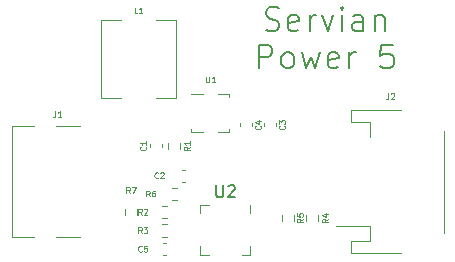
<source format=gto>
G04 #@! TF.GenerationSoftware,KiCad,Pcbnew,(5.1.10-1-10_14)*
G04 #@! TF.CreationDate,2021-09-29T23:59:16+10:00*
G04 #@! TF.ProjectId,ServianPower5,53657276-6961-46e5-906f-776572352e6b,0.1*
G04 #@! TF.SameCoordinates,Original*
G04 #@! TF.FileFunction,Legend,Top*
G04 #@! TF.FilePolarity,Positive*
%FSLAX46Y46*%
G04 Gerber Fmt 4.6, Leading zero omitted, Abs format (unit mm)*
G04 Created by KiCad (PCBNEW (5.1.10-1-10_14)) date 2021-09-29 23:59:16*
%MOMM*%
%LPD*%
G01*
G04 APERTURE LIST*
%ADD10C,0.150000*%
%ADD11C,0.120000*%
%ADD12C,0.100000*%
%ADD13C,2.200000*%
%ADD14R,1.450000X0.600000*%
%ADD15R,1.450000X0.300000*%
%ADD16O,2.100000X1.000000*%
%ADD17C,0.650000*%
%ADD18O,1.600000X1.000000*%
%ADD19R,2.100000X2.100000*%
%ADD20R,0.600000X0.240000*%
%ADD21R,2.400000X1.500000*%
G04 APERTURE END LIST*
D10*
X146923761Y-76031423D02*
X147209476Y-76126661D01*
X147685666Y-76126661D01*
X147876142Y-76031423D01*
X147971380Y-75936185D01*
X148066619Y-75745709D01*
X148066619Y-75555233D01*
X147971380Y-75364757D01*
X147876142Y-75269519D01*
X147685666Y-75174280D01*
X147304714Y-75079042D01*
X147114238Y-74983804D01*
X147019000Y-74888566D01*
X146923761Y-74698090D01*
X146923761Y-74507614D01*
X147019000Y-74317138D01*
X147114238Y-74221900D01*
X147304714Y-74126661D01*
X147780904Y-74126661D01*
X148066619Y-74221900D01*
X149685666Y-76031423D02*
X149495190Y-76126661D01*
X149114238Y-76126661D01*
X148923761Y-76031423D01*
X148828523Y-75840947D01*
X148828523Y-75079042D01*
X148923761Y-74888566D01*
X149114238Y-74793328D01*
X149495190Y-74793328D01*
X149685666Y-74888566D01*
X149780904Y-75079042D01*
X149780904Y-75269519D01*
X148828523Y-75459995D01*
X150638047Y-76126661D02*
X150638047Y-74793328D01*
X150638047Y-75174280D02*
X150733285Y-74983804D01*
X150828523Y-74888566D01*
X151019000Y-74793328D01*
X151209476Y-74793328D01*
X151685666Y-74793328D02*
X152161857Y-76126661D01*
X152638047Y-74793328D01*
X153399952Y-76126661D02*
X153399952Y-74793328D01*
X153399952Y-74126661D02*
X153304714Y-74221900D01*
X153399952Y-74317138D01*
X153495190Y-74221900D01*
X153399952Y-74126661D01*
X153399952Y-74317138D01*
X155209476Y-76126661D02*
X155209476Y-75079042D01*
X155114238Y-74888566D01*
X154923761Y-74793328D01*
X154542809Y-74793328D01*
X154352333Y-74888566D01*
X155209476Y-76031423D02*
X155019000Y-76126661D01*
X154542809Y-76126661D01*
X154352333Y-76031423D01*
X154257095Y-75840947D01*
X154257095Y-75650471D01*
X154352333Y-75459995D01*
X154542809Y-75364757D01*
X155019000Y-75364757D01*
X155209476Y-75269519D01*
X156161857Y-74793328D02*
X156161857Y-76126661D01*
X156161857Y-74983804D02*
X156257095Y-74888566D01*
X156447571Y-74793328D01*
X156733285Y-74793328D01*
X156923761Y-74888566D01*
X157019000Y-75079042D01*
X157019000Y-76126661D01*
X146352333Y-79276661D02*
X146352333Y-77276661D01*
X147114238Y-77276661D01*
X147304714Y-77371900D01*
X147399952Y-77467138D01*
X147495190Y-77657614D01*
X147495190Y-77943328D01*
X147399952Y-78133804D01*
X147304714Y-78229042D01*
X147114238Y-78324280D01*
X146352333Y-78324280D01*
X148638047Y-79276661D02*
X148447571Y-79181423D01*
X148352333Y-79086185D01*
X148257095Y-78895709D01*
X148257095Y-78324280D01*
X148352333Y-78133804D01*
X148447571Y-78038566D01*
X148638047Y-77943328D01*
X148923761Y-77943328D01*
X149114238Y-78038566D01*
X149209476Y-78133804D01*
X149304714Y-78324280D01*
X149304714Y-78895709D01*
X149209476Y-79086185D01*
X149114238Y-79181423D01*
X148923761Y-79276661D01*
X148638047Y-79276661D01*
X149971380Y-77943328D02*
X150352333Y-79276661D01*
X150733285Y-78324280D01*
X151114238Y-79276661D01*
X151495190Y-77943328D01*
X153019000Y-79181423D02*
X152828523Y-79276661D01*
X152447571Y-79276661D01*
X152257095Y-79181423D01*
X152161857Y-78990947D01*
X152161857Y-78229042D01*
X152257095Y-78038566D01*
X152447571Y-77943328D01*
X152828523Y-77943328D01*
X153019000Y-78038566D01*
X153114238Y-78229042D01*
X153114238Y-78419519D01*
X152161857Y-78609995D01*
X153971380Y-79276661D02*
X153971380Y-77943328D01*
X153971380Y-78324280D02*
X154066619Y-78133804D01*
X154161857Y-78038566D01*
X154352333Y-77943328D01*
X154542809Y-77943328D01*
X157685666Y-77276661D02*
X156733285Y-77276661D01*
X156638047Y-78229042D01*
X156733285Y-78133804D01*
X156923761Y-78038566D01*
X157399952Y-78038566D01*
X157590428Y-78133804D01*
X157685666Y-78229042D01*
X157780904Y-78419519D01*
X157780904Y-78895709D01*
X157685666Y-79086185D01*
X157590428Y-79181423D01*
X157399952Y-79276661D01*
X156923761Y-79276661D01*
X156733285Y-79181423D01*
X156638047Y-79086185D01*
D11*
X134986500Y-91202742D02*
X134986500Y-91677258D01*
X136031500Y-91202742D02*
X136031500Y-91677258D01*
X138954742Y-90438500D02*
X139429258Y-90438500D01*
X138954742Y-89393500D02*
X139429258Y-89393500D01*
X125411400Y-84174600D02*
X125411400Y-93574600D01*
X131211400Y-93574600D02*
X129211400Y-93574600D01*
X127311400Y-93574600D02*
X125411400Y-93574600D01*
X131211400Y-84174600D02*
X129211400Y-84174600D01*
X127311400Y-84174600D02*
X125411400Y-84174600D01*
X151398500Y-92185258D02*
X151398500Y-91710742D01*
X150353500Y-92185258D02*
X150353500Y-91710742D01*
X148321500Y-91710742D02*
X148321500Y-92185258D01*
X149366500Y-91710742D02*
X149366500Y-92185258D01*
X161990000Y-93240000D02*
X161990000Y-84560000D01*
X155770000Y-83860000D02*
X155770000Y-85140000D01*
X154170000Y-83860000D02*
X155770000Y-83860000D01*
X154170000Y-82840000D02*
X154170000Y-83860000D01*
X158420000Y-82840000D02*
X154170000Y-82840000D01*
X155770000Y-92660000D02*
X152880000Y-92660000D01*
X155770000Y-93940000D02*
X155770000Y-92660000D01*
X154170000Y-93940000D02*
X155770000Y-93940000D01*
X154170000Y-94960000D02*
X154170000Y-93940000D01*
X158420000Y-94960000D02*
X154170000Y-94960000D01*
X145620000Y-91579000D02*
X145620000Y-90854000D01*
X141400000Y-95074000D02*
X142125000Y-95074000D01*
X141400000Y-94349000D02*
X141400000Y-95074000D01*
X141400000Y-90854000D02*
X142125000Y-90854000D01*
X141400000Y-91579000D02*
X141400000Y-90854000D01*
X145620000Y-95074000D02*
X144895000Y-95074000D01*
X145620000Y-94349000D02*
X145620000Y-95074000D01*
X140600000Y-81448000D02*
X141605000Y-81448000D01*
X143850000Y-81448000D02*
X143850000Y-81678000D01*
X142875000Y-81448000D02*
X143850000Y-81448000D01*
X142875000Y-84668000D02*
X143850000Y-84668000D01*
X143850000Y-84438000D02*
X143850000Y-84668000D01*
X140630000Y-84668000D02*
X141605000Y-84668000D01*
X140630000Y-84438000D02*
X140630000Y-84668000D01*
X138591058Y-92492300D02*
X138116542Y-92492300D01*
X138591058Y-93537300D02*
X138116542Y-93537300D01*
X138591058Y-90942900D02*
X138116542Y-90942900D01*
X138591058Y-91987900D02*
X138116542Y-91987900D01*
X138669500Y-85614742D02*
X138669500Y-86089258D01*
X139714500Y-85614742D02*
X139714500Y-86089258D01*
X132944000Y-75186000D02*
X134644000Y-75186000D01*
X132944000Y-81786000D02*
X132944000Y-75186000D01*
X134644000Y-81786000D02*
X132944000Y-81786000D01*
X139344000Y-81786000D02*
X137644000Y-81786000D01*
X139344000Y-75186000D02*
X139344000Y-81786000D01*
X137644000Y-75186000D02*
X139344000Y-75186000D01*
X138494380Y-94079600D02*
X138213220Y-94079600D01*
X138494380Y-95099600D02*
X138213220Y-95099600D01*
X144778000Y-83933420D02*
X144778000Y-84214580D01*
X145798000Y-83933420D02*
X145798000Y-84214580D01*
X146810000Y-83933420D02*
X146810000Y-84214580D01*
X147830000Y-83933420D02*
X147830000Y-84214580D01*
X139838820Y-88876600D02*
X140119980Y-88876600D01*
X139838820Y-87856600D02*
X140119980Y-87856600D01*
X137132600Y-85711420D02*
X137132600Y-85992580D01*
X138152600Y-85711420D02*
X138152600Y-85992580D01*
D12*
X135425666Y-89837390D02*
X135259000Y-89599295D01*
X135139952Y-89837390D02*
X135139952Y-89337390D01*
X135330428Y-89337390D01*
X135378047Y-89361200D01*
X135401857Y-89385009D01*
X135425666Y-89432628D01*
X135425666Y-89504057D01*
X135401857Y-89551676D01*
X135378047Y-89575485D01*
X135330428Y-89599295D01*
X135139952Y-89599295D01*
X135592333Y-89337390D02*
X135925666Y-89337390D01*
X135711380Y-89837390D01*
X137102066Y-90142190D02*
X136935400Y-89904095D01*
X136816352Y-90142190D02*
X136816352Y-89642190D01*
X137006828Y-89642190D01*
X137054447Y-89666000D01*
X137078257Y-89689809D01*
X137102066Y-89737428D01*
X137102066Y-89808857D01*
X137078257Y-89856476D01*
X137054447Y-89880285D01*
X137006828Y-89904095D01*
X136816352Y-89904095D01*
X137530638Y-89642190D02*
X137435400Y-89642190D01*
X137387780Y-89666000D01*
X137363971Y-89689809D01*
X137316352Y-89761238D01*
X137292542Y-89856476D01*
X137292542Y-90046952D01*
X137316352Y-90094571D01*
X137340161Y-90118380D01*
X137387780Y-90142190D01*
X137483019Y-90142190D01*
X137530638Y-90118380D01*
X137554447Y-90094571D01*
X137578257Y-90046952D01*
X137578257Y-89927904D01*
X137554447Y-89880285D01*
X137530638Y-89856476D01*
X137483019Y-89832666D01*
X137387780Y-89832666D01*
X137340161Y-89856476D01*
X137316352Y-89880285D01*
X137292542Y-89927904D01*
X129119333Y-82911190D02*
X129119333Y-83268333D01*
X129095523Y-83339761D01*
X129047904Y-83387380D01*
X128976476Y-83411190D01*
X128928857Y-83411190D01*
X129619333Y-83411190D02*
X129333619Y-83411190D01*
X129476476Y-83411190D02*
X129476476Y-82911190D01*
X129428857Y-82982619D01*
X129381238Y-83030238D01*
X129333619Y-83054047D01*
X150086190Y-92031333D02*
X149848095Y-92198000D01*
X150086190Y-92317047D02*
X149586190Y-92317047D01*
X149586190Y-92126571D01*
X149610000Y-92078952D01*
X149633809Y-92055142D01*
X149681428Y-92031333D01*
X149752857Y-92031333D01*
X149800476Y-92055142D01*
X149824285Y-92078952D01*
X149848095Y-92126571D01*
X149848095Y-92317047D01*
X149586190Y-91578952D02*
X149586190Y-91817047D01*
X149824285Y-91840857D01*
X149800476Y-91817047D01*
X149776666Y-91769428D01*
X149776666Y-91650380D01*
X149800476Y-91602761D01*
X149824285Y-91578952D01*
X149871904Y-91555142D01*
X149990952Y-91555142D01*
X150038571Y-91578952D01*
X150062380Y-91602761D01*
X150086190Y-91650380D01*
X150086190Y-91769428D01*
X150062380Y-91817047D01*
X150038571Y-91840857D01*
X152219790Y-92031333D02*
X151981695Y-92198000D01*
X152219790Y-92317047D02*
X151719790Y-92317047D01*
X151719790Y-92126571D01*
X151743600Y-92078952D01*
X151767409Y-92055142D01*
X151815028Y-92031333D01*
X151886457Y-92031333D01*
X151934076Y-92055142D01*
X151957885Y-92078952D01*
X151981695Y-92126571D01*
X151981695Y-92317047D01*
X151886457Y-91602761D02*
X152219790Y-91602761D01*
X151695980Y-91721809D02*
X152053123Y-91840857D01*
X152053123Y-91531333D01*
X157313333Y-81387190D02*
X157313333Y-81744333D01*
X157289523Y-81815761D01*
X157241904Y-81863380D01*
X157170476Y-81887190D01*
X157122857Y-81887190D01*
X157527619Y-81434809D02*
X157551428Y-81411000D01*
X157599047Y-81387190D01*
X157718095Y-81387190D01*
X157765714Y-81411000D01*
X157789523Y-81434809D01*
X157813333Y-81482428D01*
X157813333Y-81530047D01*
X157789523Y-81601476D01*
X157503809Y-81887190D01*
X157813333Y-81887190D01*
D10*
X142748095Y-89190580D02*
X142748095Y-90000104D01*
X142795714Y-90095342D01*
X142843333Y-90142961D01*
X142938571Y-90190580D01*
X143129047Y-90190580D01*
X143224285Y-90142961D01*
X143271904Y-90095342D01*
X143319523Y-90000104D01*
X143319523Y-89190580D01*
X143748095Y-89285819D02*
X143795714Y-89238200D01*
X143890952Y-89190580D01*
X144129047Y-89190580D01*
X144224285Y-89238200D01*
X144271904Y-89285819D01*
X144319523Y-89381057D01*
X144319523Y-89476295D01*
X144271904Y-89619152D01*
X143700476Y-90190580D01*
X144319523Y-90190580D01*
D12*
X141879367Y-79990190D02*
X141879367Y-80394952D01*
X141903177Y-80442571D01*
X141926986Y-80466380D01*
X141974605Y-80490190D01*
X142069843Y-80490190D01*
X142117462Y-80466380D01*
X142141272Y-80442571D01*
X142165081Y-80394952D01*
X142165081Y-79990190D01*
X142665081Y-80490190D02*
X142379367Y-80490190D01*
X142522224Y-80490190D02*
X142522224Y-79990190D01*
X142474605Y-80061619D01*
X142426986Y-80109238D01*
X142379367Y-80133047D01*
X136441666Y-93240990D02*
X136275000Y-93002895D01*
X136155952Y-93240990D02*
X136155952Y-92740990D01*
X136346428Y-92740990D01*
X136394047Y-92764800D01*
X136417857Y-92788609D01*
X136441666Y-92836228D01*
X136441666Y-92907657D01*
X136417857Y-92955276D01*
X136394047Y-92979085D01*
X136346428Y-93002895D01*
X136155952Y-93002895D01*
X136608333Y-92740990D02*
X136917857Y-92740990D01*
X136751190Y-92931466D01*
X136822619Y-92931466D01*
X136870238Y-92955276D01*
X136894047Y-92979085D01*
X136917857Y-93026704D01*
X136917857Y-93145752D01*
X136894047Y-93193371D01*
X136870238Y-93217180D01*
X136822619Y-93240990D01*
X136679761Y-93240990D01*
X136632142Y-93217180D01*
X136608333Y-93193371D01*
X136441666Y-91691590D02*
X136275000Y-91453495D01*
X136155952Y-91691590D02*
X136155952Y-91191590D01*
X136346428Y-91191590D01*
X136394047Y-91215400D01*
X136417857Y-91239209D01*
X136441666Y-91286828D01*
X136441666Y-91358257D01*
X136417857Y-91405876D01*
X136394047Y-91429685D01*
X136346428Y-91453495D01*
X136155952Y-91453495D01*
X136632142Y-91239209D02*
X136655952Y-91215400D01*
X136703571Y-91191590D01*
X136822619Y-91191590D01*
X136870238Y-91215400D01*
X136894047Y-91239209D01*
X136917857Y-91286828D01*
X136917857Y-91334447D01*
X136894047Y-91405876D01*
X136608333Y-91691590D01*
X136917857Y-91691590D01*
X140510390Y-85935333D02*
X140272295Y-86102000D01*
X140510390Y-86221047D02*
X140010390Y-86221047D01*
X140010390Y-86030571D01*
X140034200Y-85982952D01*
X140058009Y-85959142D01*
X140105628Y-85935333D01*
X140177057Y-85935333D01*
X140224676Y-85959142D01*
X140248485Y-85982952D01*
X140272295Y-86030571D01*
X140272295Y-86221047D01*
X140510390Y-85459142D02*
X140510390Y-85744857D01*
X140510390Y-85602000D02*
X140010390Y-85602000D01*
X140081819Y-85649619D01*
X140129438Y-85697238D01*
X140153247Y-85744857D01*
X136060666Y-74648190D02*
X135822571Y-74648190D01*
X135822571Y-74148190D01*
X136489238Y-74648190D02*
X136203523Y-74648190D01*
X136346380Y-74648190D02*
X136346380Y-74148190D01*
X136298761Y-74219619D01*
X136251142Y-74267238D01*
X136203523Y-74291047D01*
X136441666Y-94768171D02*
X136417857Y-94791980D01*
X136346428Y-94815790D01*
X136298809Y-94815790D01*
X136227380Y-94791980D01*
X136179761Y-94744361D01*
X136155952Y-94696742D01*
X136132142Y-94601504D01*
X136132142Y-94530076D01*
X136155952Y-94434838D01*
X136179761Y-94387219D01*
X136227380Y-94339600D01*
X136298809Y-94315790D01*
X136346428Y-94315790D01*
X136417857Y-94339600D01*
X136441666Y-94363409D01*
X136894047Y-94315790D02*
X136655952Y-94315790D01*
X136632142Y-94553885D01*
X136655952Y-94530076D01*
X136703571Y-94506266D01*
X136822619Y-94506266D01*
X136870238Y-94530076D01*
X136894047Y-94553885D01*
X136917857Y-94601504D01*
X136917857Y-94720552D01*
X136894047Y-94768171D01*
X136870238Y-94791980D01*
X136822619Y-94815790D01*
X136703571Y-94815790D01*
X136655952Y-94791980D01*
X136632142Y-94768171D01*
X146482571Y-84157333D02*
X146506380Y-84181142D01*
X146530190Y-84252571D01*
X146530190Y-84300190D01*
X146506380Y-84371619D01*
X146458761Y-84419238D01*
X146411142Y-84443047D01*
X146315904Y-84466857D01*
X146244476Y-84466857D01*
X146149238Y-84443047D01*
X146101619Y-84419238D01*
X146054000Y-84371619D01*
X146030190Y-84300190D01*
X146030190Y-84252571D01*
X146054000Y-84181142D01*
X146077809Y-84157333D01*
X146196857Y-83728761D02*
X146530190Y-83728761D01*
X146006380Y-83847809D02*
X146363523Y-83966857D01*
X146363523Y-83657333D01*
X148514571Y-84157333D02*
X148538380Y-84181142D01*
X148562190Y-84252571D01*
X148562190Y-84300190D01*
X148538380Y-84371619D01*
X148490761Y-84419238D01*
X148443142Y-84443047D01*
X148347904Y-84466857D01*
X148276476Y-84466857D01*
X148181238Y-84443047D01*
X148133619Y-84419238D01*
X148086000Y-84371619D01*
X148062190Y-84300190D01*
X148062190Y-84252571D01*
X148086000Y-84181142D01*
X148109809Y-84157333D01*
X148062190Y-83990666D02*
X148062190Y-83681142D01*
X148252666Y-83847809D01*
X148252666Y-83776380D01*
X148276476Y-83728761D01*
X148300285Y-83704952D01*
X148347904Y-83681142D01*
X148466952Y-83681142D01*
X148514571Y-83704952D01*
X148538380Y-83728761D01*
X148562190Y-83776380D01*
X148562190Y-83919238D01*
X148538380Y-83966857D01*
X148514571Y-83990666D01*
X137813266Y-88545171D02*
X137789457Y-88568980D01*
X137718028Y-88592790D01*
X137670409Y-88592790D01*
X137598980Y-88568980D01*
X137551361Y-88521361D01*
X137527552Y-88473742D01*
X137503742Y-88378504D01*
X137503742Y-88307076D01*
X137527552Y-88211838D01*
X137551361Y-88164219D01*
X137598980Y-88116600D01*
X137670409Y-88092790D01*
X137718028Y-88092790D01*
X137789457Y-88116600D01*
X137813266Y-88140409D01*
X138003742Y-88140409D02*
X138027552Y-88116600D01*
X138075171Y-88092790D01*
X138194219Y-88092790D01*
X138241838Y-88116600D01*
X138265647Y-88140409D01*
X138289457Y-88188028D01*
X138289457Y-88235647D01*
X138265647Y-88307076D01*
X137979933Y-88592790D01*
X138289457Y-88592790D01*
X136754371Y-85935333D02*
X136778180Y-85959142D01*
X136801990Y-86030571D01*
X136801990Y-86078190D01*
X136778180Y-86149619D01*
X136730561Y-86197238D01*
X136682942Y-86221047D01*
X136587704Y-86244857D01*
X136516276Y-86244857D01*
X136421038Y-86221047D01*
X136373419Y-86197238D01*
X136325800Y-86149619D01*
X136301990Y-86078190D01*
X136301990Y-86030571D01*
X136325800Y-85959142D01*
X136349609Y-85935333D01*
X136801990Y-85459142D02*
X136801990Y-85744857D01*
X136801990Y-85602000D02*
X136301990Y-85602000D01*
X136373419Y-85649619D01*
X136421038Y-85697238D01*
X136444847Y-85744857D01*
%LPC*%
D13*
X127508000Y-74295000D03*
X160401000Y-74295000D03*
G36*
G01*
X135234000Y-91865000D02*
X135784000Y-91865000D01*
G75*
G02*
X135984000Y-92065000I0J-200000D01*
G01*
X135984000Y-92465000D01*
G75*
G02*
X135784000Y-92665000I-200000J0D01*
G01*
X135234000Y-92665000D01*
G75*
G02*
X135034000Y-92465000I0J200000D01*
G01*
X135034000Y-92065000D01*
G75*
G02*
X135234000Y-91865000I200000J0D01*
G01*
G37*
G36*
G01*
X135234000Y-90215000D02*
X135784000Y-90215000D01*
G75*
G02*
X135984000Y-90415000I0J-200000D01*
G01*
X135984000Y-90815000D01*
G75*
G02*
X135784000Y-91015000I-200000J0D01*
G01*
X135234000Y-91015000D01*
G75*
G02*
X135034000Y-90815000I0J200000D01*
G01*
X135034000Y-90415000D01*
G75*
G02*
X135234000Y-90215000I200000J0D01*
G01*
G37*
G36*
G01*
X139617000Y-90191000D02*
X139617000Y-89641000D01*
G75*
G02*
X139817000Y-89441000I200000J0D01*
G01*
X140217000Y-89441000D01*
G75*
G02*
X140417000Y-89641000I0J-200000D01*
G01*
X140417000Y-90191000D01*
G75*
G02*
X140217000Y-90391000I-200000J0D01*
G01*
X139817000Y-90391000D01*
G75*
G02*
X139617000Y-90191000I0J200000D01*
G01*
G37*
G36*
G01*
X137967000Y-90191000D02*
X137967000Y-89641000D01*
G75*
G02*
X138167000Y-89441000I200000J0D01*
G01*
X138567000Y-89441000D01*
G75*
G02*
X138767000Y-89641000I0J-200000D01*
G01*
X138767000Y-90191000D01*
G75*
G02*
X138567000Y-90391000I-200000J0D01*
G01*
X138167000Y-90391000D01*
G75*
G02*
X137967000Y-90191000I0J200000D01*
G01*
G37*
D14*
X133356400Y-92124600D03*
X133356400Y-91324600D03*
X133356400Y-86424600D03*
X133356400Y-85624600D03*
X133356400Y-85624600D03*
X133356400Y-86424600D03*
X133356400Y-91324600D03*
X133356400Y-92124600D03*
D15*
X133356400Y-87124600D03*
X133356400Y-87624600D03*
X133356400Y-88124600D03*
X133356400Y-89124600D03*
X133356400Y-89624600D03*
X133356400Y-90124600D03*
X133356400Y-90624600D03*
X133356400Y-88624600D03*
D16*
X132441400Y-93194600D03*
X132441400Y-84554600D03*
D17*
X131911400Y-85984600D03*
D18*
X128261400Y-84554600D03*
D17*
X131911400Y-91764600D03*
D18*
X128261400Y-93194600D03*
G36*
G01*
X151151000Y-93173000D02*
X150601000Y-93173000D01*
G75*
G02*
X150401000Y-92973000I0J200000D01*
G01*
X150401000Y-92573000D01*
G75*
G02*
X150601000Y-92373000I200000J0D01*
G01*
X151151000Y-92373000D01*
G75*
G02*
X151351000Y-92573000I0J-200000D01*
G01*
X151351000Y-92973000D01*
G75*
G02*
X151151000Y-93173000I-200000J0D01*
G01*
G37*
G36*
G01*
X151151000Y-91523000D02*
X150601000Y-91523000D01*
G75*
G02*
X150401000Y-91323000I0J200000D01*
G01*
X150401000Y-90923000D01*
G75*
G02*
X150601000Y-90723000I200000J0D01*
G01*
X151151000Y-90723000D01*
G75*
G02*
X151351000Y-90923000I0J-200000D01*
G01*
X151351000Y-91323000D01*
G75*
G02*
X151151000Y-91523000I-200000J0D01*
G01*
G37*
G36*
G01*
X148569000Y-90723000D02*
X149119000Y-90723000D01*
G75*
G02*
X149319000Y-90923000I0J-200000D01*
G01*
X149319000Y-91323000D01*
G75*
G02*
X149119000Y-91523000I-200000J0D01*
G01*
X148569000Y-91523000D01*
G75*
G02*
X148369000Y-91323000I0J200000D01*
G01*
X148369000Y-90923000D01*
G75*
G02*
X148569000Y-90723000I200000J0D01*
G01*
G37*
G36*
G01*
X148569000Y-92373000D02*
X149119000Y-92373000D01*
G75*
G02*
X149319000Y-92573000I0J-200000D01*
G01*
X149319000Y-92973000D01*
G75*
G02*
X149119000Y-93173000I-200000J0D01*
G01*
X148569000Y-93173000D01*
G75*
G02*
X148369000Y-92973000I0J200000D01*
G01*
X148369000Y-92573000D01*
G75*
G02*
X148569000Y-92373000I200000J0D01*
G01*
G37*
G36*
G01*
X156130000Y-92400000D02*
X153130000Y-92400000D01*
G75*
G02*
X152880000Y-92150000I0J250000D01*
G01*
X152880000Y-91650000D01*
G75*
G02*
X153130000Y-91400000I250000J0D01*
G01*
X156130000Y-91400000D01*
G75*
G02*
X156380000Y-91650000I0J-250000D01*
G01*
X156380000Y-92150000D01*
G75*
G02*
X156130000Y-92400000I-250000J0D01*
G01*
G37*
G36*
G01*
X156130000Y-90400000D02*
X153130000Y-90400000D01*
G75*
G02*
X152880000Y-90150000I0J250000D01*
G01*
X152880000Y-89650000D01*
G75*
G02*
X153130000Y-89400000I250000J0D01*
G01*
X156130000Y-89400000D01*
G75*
G02*
X156380000Y-89650000I0J-250000D01*
G01*
X156380000Y-90150000D01*
G75*
G02*
X156130000Y-90400000I-250000J0D01*
G01*
G37*
G36*
G01*
X156130000Y-88400000D02*
X153130000Y-88400000D01*
G75*
G02*
X152880000Y-88150000I0J250000D01*
G01*
X152880000Y-87650000D01*
G75*
G02*
X153130000Y-87400000I250000J0D01*
G01*
X156130000Y-87400000D01*
G75*
G02*
X156380000Y-87650000I0J-250000D01*
G01*
X156380000Y-88150000D01*
G75*
G02*
X156130000Y-88400000I-250000J0D01*
G01*
G37*
G36*
G01*
X156130000Y-86400000D02*
X153130000Y-86400000D01*
G75*
G02*
X152880000Y-86150000I0J250000D01*
G01*
X152880000Y-85650000D01*
G75*
G02*
X153130000Y-85400000I250000J0D01*
G01*
X156130000Y-85400000D01*
G75*
G02*
X156380000Y-85650000I0J-250000D01*
G01*
X156380000Y-86150000D01*
G75*
G02*
X156130000Y-86400000I-250000J0D01*
G01*
G37*
G36*
G01*
X161830000Y-95000000D02*
X158930000Y-95000000D01*
G75*
G02*
X158680000Y-94750000I0J250000D01*
G01*
X158680000Y-93750000D01*
G75*
G02*
X158930000Y-93500000I250000J0D01*
G01*
X161830000Y-93500000D01*
G75*
G02*
X162080000Y-93750000I0J-250000D01*
G01*
X162080000Y-94750000D01*
G75*
G02*
X161830000Y-95000000I-250000J0D01*
G01*
G37*
G36*
G01*
X161830000Y-84300000D02*
X158930000Y-84300000D01*
G75*
G02*
X158680000Y-84050000I0J250000D01*
G01*
X158680000Y-83050000D01*
G75*
G02*
X158930000Y-82800000I250000J0D01*
G01*
X161830000Y-82800000D01*
G75*
G02*
X162080000Y-83050000I0J-250000D01*
G01*
X162080000Y-84050000D01*
G75*
G02*
X161830000Y-84300000I-250000J0D01*
G01*
G37*
D19*
X143510000Y-92964000D03*
G36*
G01*
X145110000Y-91839000D02*
X145810000Y-91839000D01*
G75*
G02*
X145885000Y-91914000I0J-75000D01*
G01*
X145885000Y-92064000D01*
G75*
G02*
X145810000Y-92139000I-75000J0D01*
G01*
X145110000Y-92139000D01*
G75*
G02*
X145035000Y-92064000I0J75000D01*
G01*
X145035000Y-91914000D01*
G75*
G02*
X145110000Y-91839000I75000J0D01*
G01*
G37*
G36*
G01*
X145110000Y-92489000D02*
X145810000Y-92489000D01*
G75*
G02*
X145885000Y-92564000I0J-75000D01*
G01*
X145885000Y-92714000D01*
G75*
G02*
X145810000Y-92789000I-75000J0D01*
G01*
X145110000Y-92789000D01*
G75*
G02*
X145035000Y-92714000I0J75000D01*
G01*
X145035000Y-92564000D01*
G75*
G02*
X145110000Y-92489000I75000J0D01*
G01*
G37*
G36*
G01*
X145110000Y-93139000D02*
X145810000Y-93139000D01*
G75*
G02*
X145885000Y-93214000I0J-75000D01*
G01*
X145885000Y-93364000D01*
G75*
G02*
X145810000Y-93439000I-75000J0D01*
G01*
X145110000Y-93439000D01*
G75*
G02*
X145035000Y-93364000I0J75000D01*
G01*
X145035000Y-93214000D01*
G75*
G02*
X145110000Y-93139000I75000J0D01*
G01*
G37*
G36*
G01*
X145110000Y-93789000D02*
X145810000Y-93789000D01*
G75*
G02*
X145885000Y-93864000I0J-75000D01*
G01*
X145885000Y-94014000D01*
G75*
G02*
X145810000Y-94089000I-75000J0D01*
G01*
X145110000Y-94089000D01*
G75*
G02*
X145035000Y-94014000I0J75000D01*
G01*
X145035000Y-93864000D01*
G75*
G02*
X145110000Y-93789000I75000J0D01*
G01*
G37*
G36*
G01*
X144410000Y-94489000D02*
X144560000Y-94489000D01*
G75*
G02*
X144635000Y-94564000I0J-75000D01*
G01*
X144635000Y-95264000D01*
G75*
G02*
X144560000Y-95339000I-75000J0D01*
G01*
X144410000Y-95339000D01*
G75*
G02*
X144335000Y-95264000I0J75000D01*
G01*
X144335000Y-94564000D01*
G75*
G02*
X144410000Y-94489000I75000J0D01*
G01*
G37*
G36*
G01*
X143760000Y-94489000D02*
X143910000Y-94489000D01*
G75*
G02*
X143985000Y-94564000I0J-75000D01*
G01*
X143985000Y-95264000D01*
G75*
G02*
X143910000Y-95339000I-75000J0D01*
G01*
X143760000Y-95339000D01*
G75*
G02*
X143685000Y-95264000I0J75000D01*
G01*
X143685000Y-94564000D01*
G75*
G02*
X143760000Y-94489000I75000J0D01*
G01*
G37*
G36*
G01*
X143110000Y-94489000D02*
X143260000Y-94489000D01*
G75*
G02*
X143335000Y-94564000I0J-75000D01*
G01*
X143335000Y-95264000D01*
G75*
G02*
X143260000Y-95339000I-75000J0D01*
G01*
X143110000Y-95339000D01*
G75*
G02*
X143035000Y-95264000I0J75000D01*
G01*
X143035000Y-94564000D01*
G75*
G02*
X143110000Y-94489000I75000J0D01*
G01*
G37*
G36*
G01*
X142460000Y-94489000D02*
X142610000Y-94489000D01*
G75*
G02*
X142685000Y-94564000I0J-75000D01*
G01*
X142685000Y-95264000D01*
G75*
G02*
X142610000Y-95339000I-75000J0D01*
G01*
X142460000Y-95339000D01*
G75*
G02*
X142385000Y-95264000I0J75000D01*
G01*
X142385000Y-94564000D01*
G75*
G02*
X142460000Y-94489000I75000J0D01*
G01*
G37*
G36*
G01*
X141210000Y-93789000D02*
X141910000Y-93789000D01*
G75*
G02*
X141985000Y-93864000I0J-75000D01*
G01*
X141985000Y-94014000D01*
G75*
G02*
X141910000Y-94089000I-75000J0D01*
G01*
X141210000Y-94089000D01*
G75*
G02*
X141135000Y-94014000I0J75000D01*
G01*
X141135000Y-93864000D01*
G75*
G02*
X141210000Y-93789000I75000J0D01*
G01*
G37*
G36*
G01*
X141210000Y-93139000D02*
X141910000Y-93139000D01*
G75*
G02*
X141985000Y-93214000I0J-75000D01*
G01*
X141985000Y-93364000D01*
G75*
G02*
X141910000Y-93439000I-75000J0D01*
G01*
X141210000Y-93439000D01*
G75*
G02*
X141135000Y-93364000I0J75000D01*
G01*
X141135000Y-93214000D01*
G75*
G02*
X141210000Y-93139000I75000J0D01*
G01*
G37*
G36*
G01*
X141210000Y-92489000D02*
X141910000Y-92489000D01*
G75*
G02*
X141985000Y-92564000I0J-75000D01*
G01*
X141985000Y-92714000D01*
G75*
G02*
X141910000Y-92789000I-75000J0D01*
G01*
X141210000Y-92789000D01*
G75*
G02*
X141135000Y-92714000I0J75000D01*
G01*
X141135000Y-92564000D01*
G75*
G02*
X141210000Y-92489000I75000J0D01*
G01*
G37*
G36*
G01*
X141210000Y-91839000D02*
X141910000Y-91839000D01*
G75*
G02*
X141985000Y-91914000I0J-75000D01*
G01*
X141985000Y-92064000D01*
G75*
G02*
X141910000Y-92139000I-75000J0D01*
G01*
X141210000Y-92139000D01*
G75*
G02*
X141135000Y-92064000I0J75000D01*
G01*
X141135000Y-91914000D01*
G75*
G02*
X141210000Y-91839000I75000J0D01*
G01*
G37*
G36*
G01*
X142460000Y-90589000D02*
X142610000Y-90589000D01*
G75*
G02*
X142685000Y-90664000I0J-75000D01*
G01*
X142685000Y-91364000D01*
G75*
G02*
X142610000Y-91439000I-75000J0D01*
G01*
X142460000Y-91439000D01*
G75*
G02*
X142385000Y-91364000I0J75000D01*
G01*
X142385000Y-90664000D01*
G75*
G02*
X142460000Y-90589000I75000J0D01*
G01*
G37*
G36*
G01*
X143110000Y-90589000D02*
X143260000Y-90589000D01*
G75*
G02*
X143335000Y-90664000I0J-75000D01*
G01*
X143335000Y-91364000D01*
G75*
G02*
X143260000Y-91439000I-75000J0D01*
G01*
X143110000Y-91439000D01*
G75*
G02*
X143035000Y-91364000I0J75000D01*
G01*
X143035000Y-90664000D01*
G75*
G02*
X143110000Y-90589000I75000J0D01*
G01*
G37*
G36*
G01*
X143760000Y-90589000D02*
X143910000Y-90589000D01*
G75*
G02*
X143985000Y-90664000I0J-75000D01*
G01*
X143985000Y-91364000D01*
G75*
G02*
X143910000Y-91439000I-75000J0D01*
G01*
X143760000Y-91439000D01*
G75*
G02*
X143685000Y-91364000I0J75000D01*
G01*
X143685000Y-90664000D01*
G75*
G02*
X143760000Y-90589000I75000J0D01*
G01*
G37*
G36*
G01*
X144410000Y-90589000D02*
X144560000Y-90589000D01*
G75*
G02*
X144635000Y-90664000I0J-75000D01*
G01*
X144635000Y-91364000D01*
G75*
G02*
X144560000Y-91439000I-75000J0D01*
G01*
X144410000Y-91439000D01*
G75*
G02*
X144335000Y-91364000I0J75000D01*
G01*
X144335000Y-90664000D01*
G75*
G02*
X144410000Y-90589000I75000J0D01*
G01*
G37*
D12*
G36*
X142115000Y-81858000D02*
G01*
X142365000Y-81858000D01*
X142365000Y-81358000D01*
X142615000Y-81358000D01*
X142615000Y-81858000D01*
X143065000Y-81858000D01*
X143065000Y-84258000D01*
X142615000Y-84258000D01*
X142615000Y-84758000D01*
X142365000Y-84758000D01*
X142365000Y-84258000D01*
X142115000Y-84258000D01*
X142115000Y-84758000D01*
X141865000Y-84758000D01*
X141865000Y-84258000D01*
X141415000Y-84258000D01*
X141415000Y-81858000D01*
X141865000Y-81858000D01*
X141865000Y-81358000D01*
X142115000Y-81358000D01*
X142115000Y-81858000D01*
G37*
D20*
X143640000Y-82058000D03*
X143640000Y-82558000D03*
X143640000Y-83058000D03*
X143640000Y-83558000D03*
X143640000Y-84058000D03*
X140840000Y-84058000D03*
X140840000Y-83558000D03*
X140840000Y-83058000D03*
X140840000Y-82558000D03*
X140840000Y-82058000D03*
G36*
G01*
X137928800Y-92739800D02*
X137928800Y-93289800D01*
G75*
G02*
X137728800Y-93489800I-200000J0D01*
G01*
X137328800Y-93489800D01*
G75*
G02*
X137128800Y-93289800I0J200000D01*
G01*
X137128800Y-92739800D01*
G75*
G02*
X137328800Y-92539800I200000J0D01*
G01*
X137728800Y-92539800D01*
G75*
G02*
X137928800Y-92739800I0J-200000D01*
G01*
G37*
G36*
G01*
X139578800Y-92739800D02*
X139578800Y-93289800D01*
G75*
G02*
X139378800Y-93489800I-200000J0D01*
G01*
X138978800Y-93489800D01*
G75*
G02*
X138778800Y-93289800I0J200000D01*
G01*
X138778800Y-92739800D01*
G75*
G02*
X138978800Y-92539800I200000J0D01*
G01*
X139378800Y-92539800D01*
G75*
G02*
X139578800Y-92739800I0J-200000D01*
G01*
G37*
G36*
G01*
X137928800Y-91190400D02*
X137928800Y-91740400D01*
G75*
G02*
X137728800Y-91940400I-200000J0D01*
G01*
X137328800Y-91940400D01*
G75*
G02*
X137128800Y-91740400I0J200000D01*
G01*
X137128800Y-91190400D01*
G75*
G02*
X137328800Y-90990400I200000J0D01*
G01*
X137728800Y-90990400D01*
G75*
G02*
X137928800Y-91190400I0J-200000D01*
G01*
G37*
G36*
G01*
X139578800Y-91190400D02*
X139578800Y-91740400D01*
G75*
G02*
X139378800Y-91940400I-200000J0D01*
G01*
X138978800Y-91940400D01*
G75*
G02*
X138778800Y-91740400I0J200000D01*
G01*
X138778800Y-91190400D01*
G75*
G02*
X138978800Y-90990400I200000J0D01*
G01*
X139378800Y-90990400D01*
G75*
G02*
X139578800Y-91190400I0J-200000D01*
G01*
G37*
G36*
G01*
X138917000Y-86277000D02*
X139467000Y-86277000D01*
G75*
G02*
X139667000Y-86477000I0J-200000D01*
G01*
X139667000Y-86877000D01*
G75*
G02*
X139467000Y-87077000I-200000J0D01*
G01*
X138917000Y-87077000D01*
G75*
G02*
X138717000Y-86877000I0J200000D01*
G01*
X138717000Y-86477000D01*
G75*
G02*
X138917000Y-86277000I200000J0D01*
G01*
G37*
G36*
G01*
X138917000Y-84627000D02*
X139467000Y-84627000D01*
G75*
G02*
X139667000Y-84827000I0J-200000D01*
G01*
X139667000Y-85227000D01*
G75*
G02*
X139467000Y-85427000I-200000J0D01*
G01*
X138917000Y-85427000D01*
G75*
G02*
X138717000Y-85227000I0J200000D01*
G01*
X138717000Y-84827000D01*
G75*
G02*
X138917000Y-84627000I200000J0D01*
G01*
G37*
D21*
X136144000Y-75736000D03*
X136144000Y-81236000D03*
G36*
G01*
X138028800Y-94339600D02*
X138028800Y-94839600D01*
G75*
G02*
X137803800Y-95064600I-225000J0D01*
G01*
X137353800Y-95064600D01*
G75*
G02*
X137128800Y-94839600I0J225000D01*
G01*
X137128800Y-94339600D01*
G75*
G02*
X137353800Y-94114600I225000J0D01*
G01*
X137803800Y-94114600D01*
G75*
G02*
X138028800Y-94339600I0J-225000D01*
G01*
G37*
G36*
G01*
X139578800Y-94339600D02*
X139578800Y-94839600D01*
G75*
G02*
X139353800Y-95064600I-225000J0D01*
G01*
X138903800Y-95064600D01*
G75*
G02*
X138678800Y-94839600I0J225000D01*
G01*
X138678800Y-94339600D01*
G75*
G02*
X138903800Y-94114600I225000J0D01*
G01*
X139353800Y-94114600D01*
G75*
G02*
X139578800Y-94339600I0J-225000D01*
G01*
G37*
G36*
G01*
X145038000Y-84399000D02*
X145538000Y-84399000D01*
G75*
G02*
X145763000Y-84624000I0J-225000D01*
G01*
X145763000Y-85074000D01*
G75*
G02*
X145538000Y-85299000I-225000J0D01*
G01*
X145038000Y-85299000D01*
G75*
G02*
X144813000Y-85074000I0J225000D01*
G01*
X144813000Y-84624000D01*
G75*
G02*
X145038000Y-84399000I225000J0D01*
G01*
G37*
G36*
G01*
X145038000Y-82849000D02*
X145538000Y-82849000D01*
G75*
G02*
X145763000Y-83074000I0J-225000D01*
G01*
X145763000Y-83524000D01*
G75*
G02*
X145538000Y-83749000I-225000J0D01*
G01*
X145038000Y-83749000D01*
G75*
G02*
X144813000Y-83524000I0J225000D01*
G01*
X144813000Y-83074000D01*
G75*
G02*
X145038000Y-82849000I225000J0D01*
G01*
G37*
G36*
G01*
X147070000Y-84399000D02*
X147570000Y-84399000D01*
G75*
G02*
X147795000Y-84624000I0J-225000D01*
G01*
X147795000Y-85074000D01*
G75*
G02*
X147570000Y-85299000I-225000J0D01*
G01*
X147070000Y-85299000D01*
G75*
G02*
X146845000Y-85074000I0J225000D01*
G01*
X146845000Y-84624000D01*
G75*
G02*
X147070000Y-84399000I225000J0D01*
G01*
G37*
G36*
G01*
X147070000Y-82849000D02*
X147570000Y-82849000D01*
G75*
G02*
X147795000Y-83074000I0J-225000D01*
G01*
X147795000Y-83524000D01*
G75*
G02*
X147570000Y-83749000I-225000J0D01*
G01*
X147070000Y-83749000D01*
G75*
G02*
X146845000Y-83524000I0J225000D01*
G01*
X146845000Y-83074000D01*
G75*
G02*
X147070000Y-82849000I225000J0D01*
G01*
G37*
G36*
G01*
X140304400Y-88616600D02*
X140304400Y-88116600D01*
G75*
G02*
X140529400Y-87891600I225000J0D01*
G01*
X140979400Y-87891600D01*
G75*
G02*
X141204400Y-88116600I0J-225000D01*
G01*
X141204400Y-88616600D01*
G75*
G02*
X140979400Y-88841600I-225000J0D01*
G01*
X140529400Y-88841600D01*
G75*
G02*
X140304400Y-88616600I0J225000D01*
G01*
G37*
G36*
G01*
X138754400Y-88616600D02*
X138754400Y-88116600D01*
G75*
G02*
X138979400Y-87891600I225000J0D01*
G01*
X139429400Y-87891600D01*
G75*
G02*
X139654400Y-88116600I0J-225000D01*
G01*
X139654400Y-88616600D01*
G75*
G02*
X139429400Y-88841600I-225000J0D01*
G01*
X138979400Y-88841600D01*
G75*
G02*
X138754400Y-88616600I0J225000D01*
G01*
G37*
G36*
G01*
X137392600Y-86177000D02*
X137892600Y-86177000D01*
G75*
G02*
X138117600Y-86402000I0J-225000D01*
G01*
X138117600Y-86852000D01*
G75*
G02*
X137892600Y-87077000I-225000J0D01*
G01*
X137392600Y-87077000D01*
G75*
G02*
X137167600Y-86852000I0J225000D01*
G01*
X137167600Y-86402000D01*
G75*
G02*
X137392600Y-86177000I225000J0D01*
G01*
G37*
G36*
G01*
X137392600Y-84627000D02*
X137892600Y-84627000D01*
G75*
G02*
X138117600Y-84852000I0J-225000D01*
G01*
X138117600Y-85302000D01*
G75*
G02*
X137892600Y-85527000I-225000J0D01*
G01*
X137392600Y-85527000D01*
G75*
G02*
X137167600Y-85302000I0J225000D01*
G01*
X137167600Y-84852000D01*
G75*
G02*
X137392600Y-84627000I225000J0D01*
G01*
G37*
M02*

</source>
